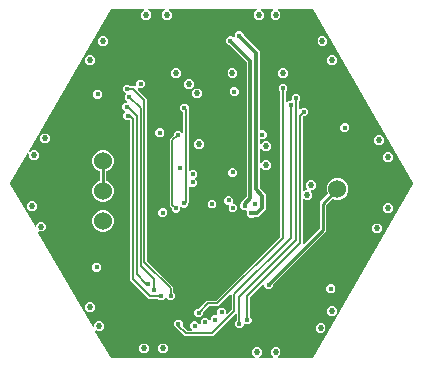
<source format=gbr>
G04 EAGLE Gerber RS-274X export*
G75*
%MOMM*%
%FSLAX34Y34*%
%LPD*%
%INCopper Layer 2*%
%IPPOS*%
%AMOC8*
5,1,8,0,0,1.08239X$1,22.5*%
G01*
%ADD10C,1.524000*%
%ADD11C,0.525000*%
%ADD12C,0.402400*%
%ADD13C,0.452400*%
%ADD14C,0.304800*%
%ADD15C,0.254000*%
%ADD16C,0.152400*%

G36*
X35589Y2825D02*
X35589Y2825D01*
X35660Y2827D01*
X35709Y2845D01*
X35761Y2853D01*
X35824Y2887D01*
X35891Y2911D01*
X35932Y2944D01*
X35978Y2968D01*
X36027Y3020D01*
X36083Y3065D01*
X36112Y3109D01*
X36147Y3146D01*
X36178Y3211D01*
X36216Y3272D01*
X36229Y3322D01*
X36251Y3369D01*
X36259Y3441D01*
X36276Y3510D01*
X36272Y3562D01*
X36278Y3614D01*
X36263Y3684D01*
X36257Y3755D01*
X36237Y3803D01*
X36226Y3854D01*
X36189Y3916D01*
X36161Y3982D01*
X36116Y4038D01*
X36100Y4065D01*
X36082Y4081D01*
X36056Y4113D01*
X33950Y6219D01*
X33950Y9656D01*
X36381Y12087D01*
X39819Y12087D01*
X42250Y9656D01*
X42250Y6219D01*
X40144Y4113D01*
X40102Y4055D01*
X40053Y4003D01*
X40031Y3955D01*
X40000Y3913D01*
X39979Y3845D01*
X39949Y3779D01*
X39943Y3728D01*
X39928Y3678D01*
X39930Y3606D01*
X39922Y3535D01*
X39933Y3484D01*
X39934Y3432D01*
X39959Y3365D01*
X39974Y3295D01*
X40001Y3250D01*
X40019Y3201D01*
X40064Y3145D01*
X40100Y3084D01*
X40140Y3050D01*
X40172Y3009D01*
X40233Y2970D01*
X40287Y2924D01*
X40336Y2904D01*
X40379Y2876D01*
X40449Y2859D01*
X40515Y2832D01*
X40587Y2824D01*
X40618Y2816D01*
X40641Y2818D01*
X40682Y2813D01*
X51393Y2813D01*
X51464Y2825D01*
X51535Y2827D01*
X51584Y2845D01*
X51636Y2853D01*
X51699Y2887D01*
X51766Y2911D01*
X51807Y2944D01*
X51853Y2968D01*
X51902Y3020D01*
X51958Y3065D01*
X51987Y3109D01*
X52022Y3146D01*
X52053Y3211D01*
X52091Y3272D01*
X52104Y3322D01*
X52126Y3369D01*
X52134Y3441D01*
X52151Y3510D01*
X52147Y3562D01*
X52153Y3614D01*
X52138Y3684D01*
X52132Y3755D01*
X52112Y3803D01*
X52101Y3854D01*
X52064Y3916D01*
X52036Y3982D01*
X51991Y4038D01*
X51975Y4065D01*
X51957Y4081D01*
X51931Y4113D01*
X49825Y6219D01*
X49825Y9656D01*
X52256Y12087D01*
X55694Y12087D01*
X58125Y9656D01*
X58125Y6219D01*
X56019Y4113D01*
X55977Y4055D01*
X55928Y4003D01*
X55906Y3955D01*
X55875Y3913D01*
X55854Y3845D01*
X55824Y3779D01*
X55818Y3728D01*
X55803Y3678D01*
X55805Y3606D01*
X55797Y3535D01*
X55808Y3484D01*
X55809Y3432D01*
X55834Y3365D01*
X55849Y3295D01*
X55876Y3250D01*
X55894Y3201D01*
X55939Y3145D01*
X55975Y3084D01*
X56015Y3050D01*
X56047Y3009D01*
X56108Y2970D01*
X56162Y2924D01*
X56211Y2904D01*
X56254Y2876D01*
X56324Y2859D01*
X56390Y2832D01*
X56462Y2824D01*
X56493Y2816D01*
X56516Y2818D01*
X56557Y2813D01*
X85005Y2813D01*
X85072Y2824D01*
X85140Y2825D01*
X85193Y2844D01*
X85248Y2853D01*
X85308Y2885D01*
X85372Y2907D01*
X85416Y2942D01*
X85465Y2968D01*
X85512Y3017D01*
X85565Y3059D01*
X85612Y3123D01*
X85635Y3146D01*
X85644Y3165D01*
X85665Y3194D01*
X170670Y150432D01*
X170694Y150495D01*
X170727Y150554D01*
X170737Y150609D01*
X170757Y150662D01*
X170759Y150729D01*
X170772Y150796D01*
X170764Y150852D01*
X170766Y150908D01*
X170747Y150973D01*
X170737Y151039D01*
X170706Y151112D01*
X170696Y151144D01*
X170684Y151161D01*
X170670Y151193D01*
X85665Y298431D01*
X85622Y298484D01*
X85587Y298541D01*
X85544Y298578D01*
X85509Y298621D01*
X85452Y298657D01*
X85400Y298701D01*
X85348Y298722D01*
X85300Y298752D01*
X85235Y298768D01*
X85172Y298793D01*
X85093Y298802D01*
X85061Y298810D01*
X85041Y298808D01*
X85005Y298812D01*
X56557Y298812D01*
X56486Y298800D01*
X56415Y298798D01*
X56366Y298780D01*
X56314Y298772D01*
X56251Y298738D01*
X56184Y298714D01*
X56143Y298681D01*
X56097Y298657D01*
X56048Y298605D01*
X55992Y298560D01*
X55963Y298516D01*
X55928Y298479D01*
X55897Y298414D01*
X55859Y298353D01*
X55846Y298303D01*
X55824Y298256D01*
X55816Y298184D01*
X55799Y298115D01*
X55803Y298063D01*
X55797Y298011D01*
X55812Y297941D01*
X55818Y297870D01*
X55838Y297822D01*
X55849Y297771D01*
X55886Y297709D01*
X55914Y297643D01*
X55959Y297587D01*
X55975Y297560D01*
X55993Y297544D01*
X56019Y297512D01*
X58125Y295406D01*
X58125Y291969D01*
X55694Y289538D01*
X52256Y289538D01*
X49825Y291969D01*
X49825Y295406D01*
X51931Y297512D01*
X51973Y297570D01*
X52022Y297622D01*
X52044Y297670D01*
X52075Y297712D01*
X52096Y297780D01*
X52126Y297846D01*
X52132Y297897D01*
X52147Y297947D01*
X52145Y298019D01*
X52153Y298090D01*
X52142Y298141D01*
X52141Y298193D01*
X52116Y298260D01*
X52101Y298330D01*
X52074Y298375D01*
X52056Y298424D01*
X52011Y298480D01*
X51975Y298541D01*
X51935Y298575D01*
X51903Y298616D01*
X51842Y298655D01*
X51788Y298701D01*
X51739Y298721D01*
X51696Y298749D01*
X51626Y298766D01*
X51560Y298793D01*
X51488Y298801D01*
X51457Y298809D01*
X51434Y298807D01*
X51393Y298812D01*
X42270Y298812D01*
X42199Y298800D01*
X42127Y298798D01*
X42078Y298780D01*
X42027Y298772D01*
X41964Y298738D01*
X41896Y298714D01*
X41856Y298681D01*
X41810Y298657D01*
X41760Y298605D01*
X41704Y298560D01*
X41676Y298516D01*
X41640Y298479D01*
X41610Y298414D01*
X41571Y298353D01*
X41558Y298303D01*
X41537Y298256D01*
X41529Y298184D01*
X41511Y298115D01*
X41515Y298063D01*
X41509Y298011D01*
X41525Y297941D01*
X41530Y297870D01*
X41551Y297822D01*
X41562Y297771D01*
X41598Y297709D01*
X41627Y297643D01*
X41671Y297587D01*
X41688Y297560D01*
X41706Y297544D01*
X41731Y297512D01*
X43837Y295406D01*
X43837Y291969D01*
X41406Y289538D01*
X37969Y289538D01*
X35538Y291969D01*
X35538Y295406D01*
X37644Y297512D01*
X37685Y297570D01*
X37735Y297622D01*
X37757Y297670D01*
X37787Y297712D01*
X37808Y297780D01*
X37838Y297846D01*
X37844Y297897D01*
X37860Y297947D01*
X37858Y298019D01*
X37866Y298090D01*
X37855Y298141D01*
X37853Y298193D01*
X37829Y298260D01*
X37813Y298330D01*
X37787Y298375D01*
X37769Y298424D01*
X37724Y298480D01*
X37687Y298541D01*
X37648Y298575D01*
X37615Y298616D01*
X37555Y298655D01*
X37500Y298701D01*
X37452Y298721D01*
X37408Y298749D01*
X37339Y298766D01*
X37272Y298793D01*
X37201Y298801D01*
X37170Y298809D01*
X37146Y298807D01*
X37105Y298812D01*
X-35518Y298812D01*
X-35589Y298800D01*
X-35660Y298798D01*
X-35709Y298780D01*
X-35761Y298772D01*
X-35824Y298738D01*
X-35891Y298714D01*
X-35932Y298681D01*
X-35978Y298657D01*
X-36027Y298605D01*
X-36083Y298560D01*
X-36112Y298516D01*
X-36147Y298479D01*
X-36178Y298414D01*
X-36216Y298353D01*
X-36229Y298303D01*
X-36251Y298256D01*
X-36259Y298184D01*
X-36276Y298115D01*
X-36272Y298063D01*
X-36278Y298011D01*
X-36263Y297941D01*
X-36257Y297870D01*
X-36237Y297822D01*
X-36226Y297771D01*
X-36189Y297709D01*
X-36161Y297643D01*
X-36116Y297587D01*
X-36100Y297560D01*
X-36082Y297544D01*
X-36056Y297512D01*
X-33950Y295406D01*
X-33950Y291969D01*
X-36381Y289538D01*
X-39819Y289538D01*
X-42250Y291969D01*
X-42250Y295406D01*
X-40144Y297512D01*
X-40102Y297570D01*
X-40053Y297622D01*
X-40031Y297670D01*
X-40000Y297712D01*
X-39979Y297780D01*
X-39949Y297846D01*
X-39943Y297897D01*
X-39928Y297947D01*
X-39930Y298019D01*
X-39922Y298090D01*
X-39933Y298141D01*
X-39934Y298193D01*
X-39959Y298260D01*
X-39974Y298330D01*
X-40001Y298375D01*
X-40019Y298424D01*
X-40064Y298480D01*
X-40100Y298541D01*
X-40140Y298575D01*
X-40172Y298616D01*
X-40233Y298655D01*
X-40287Y298701D01*
X-40336Y298721D01*
X-40379Y298749D01*
X-40449Y298766D01*
X-40515Y298793D01*
X-40587Y298801D01*
X-40618Y298809D01*
X-40641Y298807D01*
X-40682Y298812D01*
X-52980Y298812D01*
X-53051Y298800D01*
X-53123Y298798D01*
X-53172Y298780D01*
X-53223Y298772D01*
X-53286Y298738D01*
X-53354Y298714D01*
X-53394Y298681D01*
X-53440Y298657D01*
X-53490Y298605D01*
X-53546Y298560D01*
X-53574Y298516D01*
X-53610Y298479D01*
X-53640Y298414D01*
X-53679Y298353D01*
X-53692Y298303D01*
X-53713Y298256D01*
X-53721Y298184D01*
X-53739Y298115D01*
X-53735Y298063D01*
X-53741Y298011D01*
X-53725Y297941D01*
X-53720Y297870D01*
X-53699Y297822D01*
X-53688Y297771D01*
X-53652Y297709D01*
X-53623Y297643D01*
X-53579Y297587D01*
X-53562Y297560D01*
X-53544Y297544D01*
X-53519Y297512D01*
X-51413Y295406D01*
X-51413Y291969D01*
X-53844Y289538D01*
X-57281Y289538D01*
X-59712Y291969D01*
X-59712Y295406D01*
X-57606Y297512D01*
X-57565Y297570D01*
X-57515Y297622D01*
X-57493Y297670D01*
X-57463Y297712D01*
X-57442Y297780D01*
X-57412Y297846D01*
X-57406Y297897D01*
X-57390Y297947D01*
X-57392Y298019D01*
X-57384Y298090D01*
X-57395Y298141D01*
X-57397Y298193D01*
X-57421Y298260D01*
X-57437Y298330D01*
X-57463Y298375D01*
X-57481Y298424D01*
X-57526Y298480D01*
X-57563Y298541D01*
X-57602Y298575D01*
X-57635Y298616D01*
X-57695Y298655D01*
X-57750Y298701D01*
X-57798Y298721D01*
X-57842Y298749D01*
X-57911Y298766D01*
X-57978Y298793D01*
X-58049Y298801D01*
X-58080Y298809D01*
X-58104Y298807D01*
X-58145Y298812D01*
X-85005Y298812D01*
X-85072Y298801D01*
X-85140Y298800D01*
X-85193Y298781D01*
X-85248Y298772D01*
X-85308Y298740D01*
X-85372Y298718D01*
X-85416Y298683D01*
X-85465Y298657D01*
X-85512Y298608D01*
X-85565Y298566D01*
X-85612Y298502D01*
X-85635Y298479D01*
X-85644Y298460D01*
X-85665Y298431D01*
X-154881Y178542D01*
X-154889Y178519D01*
X-154903Y178500D01*
X-154933Y178405D01*
X-154968Y178312D01*
X-154969Y178288D01*
X-154976Y178265D01*
X-154973Y178165D01*
X-154977Y178066D01*
X-154970Y178043D01*
X-154969Y178019D01*
X-154935Y177925D01*
X-154907Y177830D01*
X-154893Y177810D01*
X-154885Y177788D01*
X-154823Y177710D01*
X-154766Y177629D01*
X-154746Y177615D01*
X-154731Y177596D01*
X-154648Y177542D01*
X-154567Y177483D01*
X-154544Y177476D01*
X-154524Y177463D01*
X-154428Y177439D01*
X-154333Y177408D01*
X-154309Y177409D01*
X-154286Y177403D01*
X-154187Y177410D01*
X-154087Y177412D01*
X-154064Y177420D01*
X-154040Y177422D01*
X-153949Y177461D01*
X-153855Y177494D01*
X-153836Y177509D01*
X-153814Y177518D01*
X-153683Y177623D01*
X-152531Y178775D01*
X-149094Y178775D01*
X-146663Y176344D01*
X-146663Y172906D01*
X-149094Y170475D01*
X-152531Y170475D01*
X-154962Y172906D01*
X-154962Y175560D01*
X-154970Y175607D01*
X-154968Y175655D01*
X-154990Y175727D01*
X-155002Y175802D01*
X-155024Y175845D01*
X-155038Y175891D01*
X-155082Y175953D01*
X-155117Y176020D01*
X-155152Y176053D01*
X-155179Y176092D01*
X-155240Y176137D01*
X-155295Y176189D01*
X-155339Y176209D01*
X-155378Y176238D01*
X-155450Y176261D01*
X-155518Y176293D01*
X-155566Y176298D01*
X-155612Y176313D01*
X-155688Y176311D01*
X-155763Y176320D01*
X-155810Y176310D01*
X-155858Y176309D01*
X-155929Y176284D01*
X-156003Y176268D01*
X-156044Y176243D01*
X-156090Y176227D01*
X-156149Y176180D01*
X-156214Y176141D01*
X-156246Y176105D01*
X-156283Y176075D01*
X-156360Y175971D01*
X-156374Y175954D01*
X-156377Y175948D01*
X-156383Y175940D01*
X-170670Y151193D01*
X-170694Y151130D01*
X-170727Y151071D01*
X-170737Y151016D01*
X-170757Y150963D01*
X-170759Y150896D01*
X-170772Y150829D01*
X-170764Y150773D01*
X-170766Y150717D01*
X-170747Y150652D01*
X-170737Y150586D01*
X-170706Y150513D01*
X-170696Y150481D01*
X-170684Y150464D01*
X-170670Y150432D01*
X-150033Y114686D01*
X-150002Y114649D01*
X-149980Y114606D01*
X-149925Y114554D01*
X-149877Y114496D01*
X-149836Y114470D01*
X-149802Y114437D01*
X-149733Y114405D01*
X-149669Y114365D01*
X-149622Y114354D01*
X-149578Y114333D01*
X-149503Y114325D01*
X-149429Y114307D01*
X-149382Y114312D01*
X-149334Y114306D01*
X-149260Y114322D01*
X-149184Y114329D01*
X-149141Y114348D01*
X-149094Y114359D01*
X-149029Y114398D01*
X-148959Y114428D01*
X-148924Y114460D01*
X-148883Y114485D01*
X-148833Y114542D01*
X-148777Y114593D01*
X-148754Y114635D01*
X-148723Y114672D01*
X-148694Y114742D01*
X-148657Y114808D01*
X-148649Y114855D01*
X-148631Y114900D01*
X-148616Y115028D01*
X-148612Y115050D01*
X-148613Y115057D01*
X-148612Y115067D01*
X-148612Y116019D01*
X-146181Y118450D01*
X-142744Y118450D01*
X-140313Y116019D01*
X-140313Y112581D01*
X-142744Y110150D01*
X-146096Y110150D01*
X-146190Y110135D01*
X-146285Y110126D01*
X-146310Y110115D01*
X-146338Y110111D01*
X-146422Y110066D01*
X-146510Y110028D01*
X-146531Y110009D01*
X-146556Y109995D01*
X-146621Y109927D01*
X-146692Y109862D01*
X-146706Y109838D01*
X-146725Y109817D01*
X-146765Y109731D01*
X-146812Y109647D01*
X-146817Y109620D01*
X-146829Y109594D01*
X-146839Y109499D01*
X-146857Y109406D01*
X-146853Y109378D01*
X-146856Y109350D01*
X-146836Y109256D01*
X-146822Y109162D01*
X-146808Y109130D01*
X-146804Y109109D01*
X-146787Y109081D01*
X-146755Y109008D01*
X-100820Y29445D01*
X-100790Y29408D01*
X-100767Y29365D01*
X-100713Y29313D01*
X-100664Y29255D01*
X-100624Y29229D01*
X-100589Y29196D01*
X-100520Y29164D01*
X-100456Y29124D01*
X-100409Y29113D01*
X-100366Y29092D01*
X-100291Y29084D01*
X-100217Y29066D01*
X-100169Y29071D01*
X-100122Y29065D01*
X-100047Y29081D01*
X-99972Y29088D01*
X-99928Y29107D01*
X-99881Y29118D01*
X-99816Y29157D01*
X-99747Y29187D01*
X-99711Y29219D01*
X-99670Y29244D01*
X-99621Y29301D01*
X-99565Y29352D01*
X-99541Y29394D01*
X-99510Y29431D01*
X-99482Y29501D01*
X-99445Y29567D01*
X-99436Y29614D01*
X-99418Y29659D01*
X-99404Y29787D01*
X-99400Y29809D01*
X-99401Y29816D01*
X-99400Y29826D01*
X-99400Y31881D01*
X-96969Y34312D01*
X-93531Y34312D01*
X-91100Y31881D01*
X-91100Y28444D01*
X-93531Y26013D01*
X-96969Y26013D01*
X-97304Y26348D01*
X-97324Y26362D01*
X-97339Y26381D01*
X-97423Y26434D01*
X-97504Y26492D01*
X-97527Y26499D01*
X-97547Y26512D01*
X-97644Y26535D01*
X-97739Y26564D01*
X-97763Y26564D01*
X-97787Y26569D01*
X-97886Y26560D01*
X-97985Y26558D01*
X-98008Y26550D01*
X-98032Y26547D01*
X-98123Y26508D01*
X-98216Y26473D01*
X-98235Y26458D01*
X-98257Y26449D01*
X-98331Y26382D01*
X-98408Y26320D01*
X-98421Y26299D01*
X-98439Y26283D01*
X-98488Y26196D01*
X-98541Y26113D01*
X-98547Y26089D01*
X-98559Y26068D01*
X-98577Y25971D01*
X-98601Y25874D01*
X-98599Y25850D01*
X-98604Y25827D01*
X-98590Y25728D01*
X-98582Y25629D01*
X-98573Y25607D01*
X-98569Y25583D01*
X-98502Y25429D01*
X-85665Y3194D01*
X-85622Y3141D01*
X-85587Y3084D01*
X-85544Y3047D01*
X-85509Y3004D01*
X-85452Y2968D01*
X-85400Y2924D01*
X-85348Y2903D01*
X-85300Y2873D01*
X-85235Y2857D01*
X-85172Y2832D01*
X-85093Y2823D01*
X-85061Y2815D01*
X-85041Y2817D01*
X-85005Y2813D01*
X35518Y2813D01*
X35589Y2825D01*
G37*
%LPC*%
G36*
X-22901Y21526D02*
X-22901Y21526D01*
X-29366Y27990D01*
X-29440Y28043D01*
X-29509Y28103D01*
X-29539Y28115D01*
X-29565Y28134D01*
X-29652Y28161D01*
X-29737Y28195D01*
X-29752Y28196D01*
X-31841Y30285D01*
X-31841Y33215D01*
X-29769Y35287D01*
X-26839Y35287D01*
X-24767Y33215D01*
X-24767Y30175D01*
X-24753Y30085D01*
X-24745Y29994D01*
X-24733Y29964D01*
X-24728Y29932D01*
X-24685Y29852D01*
X-24649Y29768D01*
X-24623Y29736D01*
X-24612Y29715D01*
X-24589Y29693D01*
X-24544Y29637D01*
X-21230Y26322D01*
X-21156Y26269D01*
X-21086Y26210D01*
X-21056Y26197D01*
X-21030Y26179D01*
X-20943Y26152D01*
X-20858Y26118D01*
X-20817Y26113D01*
X-20795Y26106D01*
X-20763Y26107D01*
X-20691Y26099D01*
X-17644Y26099D01*
X-17574Y26111D01*
X-17502Y26113D01*
X-17453Y26131D01*
X-17402Y26139D01*
X-17338Y26173D01*
X-17271Y26197D01*
X-17230Y26230D01*
X-17184Y26254D01*
X-17135Y26306D01*
X-17079Y26351D01*
X-17051Y26395D01*
X-17015Y26432D01*
X-16985Y26497D01*
X-16946Y26558D01*
X-16933Y26608D01*
X-16911Y26655D01*
X-16903Y26727D01*
X-16886Y26796D01*
X-16890Y26848D01*
X-16884Y26900D01*
X-16899Y26970D01*
X-16905Y27041D01*
X-16925Y27089D01*
X-16936Y27140D01*
X-16973Y27202D01*
X-17001Y27268D01*
X-17046Y27324D01*
X-17063Y27351D01*
X-17080Y27367D01*
X-17106Y27399D01*
X-18316Y28608D01*
X-18316Y31745D01*
X-16097Y33964D01*
X-12960Y33964D01*
X-10569Y31572D01*
X-10511Y31531D01*
X-10459Y31481D01*
X-10412Y31459D01*
X-10370Y31429D01*
X-10301Y31408D01*
X-10236Y31378D01*
X-10184Y31372D01*
X-10134Y31357D01*
X-10063Y31358D01*
X-9992Y31351D01*
X-9941Y31362D01*
X-9889Y31363D01*
X-9821Y31388D01*
X-9751Y31403D01*
X-9707Y31429D01*
X-9658Y31447D01*
X-9602Y31492D01*
X-9540Y31529D01*
X-9506Y31569D01*
X-9466Y31601D01*
X-9427Y31661D01*
X-9380Y31716D01*
X-9361Y31764D01*
X-9333Y31808D01*
X-9315Y31877D01*
X-9288Y31944D01*
X-9280Y32015D01*
X-9272Y32047D01*
X-9274Y32070D01*
X-9270Y32111D01*
X-9270Y35011D01*
X-7198Y37083D01*
X-4268Y37083D01*
X-2161Y34976D01*
X-2103Y34934D01*
X-2051Y34885D01*
X-2004Y34863D01*
X-1962Y34832D01*
X-1893Y34811D01*
X-1828Y34781D01*
X-1776Y34775D01*
X-1726Y34760D01*
X-1655Y34762D01*
X-1584Y34754D01*
X-1533Y34765D01*
X-1481Y34766D01*
X-1413Y34791D01*
X-1343Y34806D01*
X-1298Y34833D01*
X-1250Y34851D01*
X-1194Y34896D01*
X-1132Y34932D01*
X-1098Y34972D01*
X-1058Y35005D01*
X-1019Y35065D01*
X-972Y35119D01*
X-953Y35168D01*
X-925Y35211D01*
X-907Y35281D01*
X-880Y35348D01*
X-872Y35419D01*
X-864Y35450D01*
X-866Y35473D01*
X-862Y35514D01*
X-862Y37151D01*
X1356Y39369D01*
X3797Y39369D01*
X3817Y39372D01*
X3837Y39370D01*
X3938Y39392D01*
X4040Y39409D01*
X4058Y39418D01*
X4077Y39422D01*
X4166Y39475D01*
X4257Y39524D01*
X4271Y39538D01*
X4288Y39548D01*
X4356Y39627D01*
X4427Y39702D01*
X4435Y39720D01*
X4448Y39735D01*
X4487Y39831D01*
X4530Y39925D01*
X4533Y39945D01*
X4540Y39963D01*
X4559Y40130D01*
X4559Y43251D01*
X6777Y45469D01*
X9914Y45469D01*
X12132Y43251D01*
X12132Y41016D01*
X12144Y40945D01*
X12145Y40874D01*
X12163Y40825D01*
X12172Y40773D01*
X12205Y40710D01*
X12230Y40643D01*
X12262Y40602D01*
X12287Y40556D01*
X12339Y40507D01*
X12384Y40451D01*
X12427Y40423D01*
X12465Y40387D01*
X12530Y40357D01*
X12590Y40318D01*
X12641Y40305D01*
X12688Y40283D01*
X12759Y40275D01*
X12829Y40258D01*
X12881Y40262D01*
X12933Y40256D01*
X13003Y40271D01*
X13074Y40277D01*
X13122Y40297D01*
X13173Y40308D01*
X13235Y40345D01*
X13301Y40373D01*
X13357Y40418D01*
X13384Y40434D01*
X13399Y40452D01*
X13432Y40478D01*
X16540Y43587D01*
X16593Y43661D01*
X16653Y43730D01*
X16665Y43760D01*
X16684Y43786D01*
X16711Y43874D01*
X16745Y43958D01*
X16749Y43999D01*
X16756Y44022D01*
X16755Y44054D01*
X16763Y44125D01*
X16763Y56142D01*
X16752Y56212D01*
X16750Y56284D01*
X16732Y56333D01*
X16724Y56384D01*
X16690Y56448D01*
X16665Y56515D01*
X16633Y56556D01*
X16608Y56602D01*
X16556Y56651D01*
X16512Y56707D01*
X16468Y56735D01*
X16430Y56771D01*
X16365Y56801D01*
X16305Y56840D01*
X16254Y56853D01*
X16207Y56875D01*
X16136Y56883D01*
X16066Y56900D01*
X16014Y56896D01*
X15963Y56902D01*
X15892Y56887D01*
X15821Y56881D01*
X15773Y56861D01*
X15722Y56850D01*
X15661Y56813D01*
X15595Y56785D01*
X15539Y56740D01*
X15511Y56723D01*
X15496Y56706D01*
X15464Y56680D01*
X7272Y48488D01*
X5710Y46926D01*
X-1912Y46926D01*
X-2003Y46911D01*
X-2093Y46904D01*
X-2123Y46891D01*
X-2155Y46886D01*
X-2236Y46843D01*
X-2320Y46808D01*
X-2352Y46782D01*
X-2373Y46771D01*
X-2395Y46748D01*
X-2451Y46703D01*
X-7353Y41801D01*
X-7406Y41727D01*
X-7465Y41657D01*
X-7478Y41627D01*
X-7496Y41601D01*
X-7523Y41514D01*
X-7557Y41429D01*
X-7562Y41388D01*
X-7569Y41366D01*
X-7568Y41334D01*
X-7576Y41262D01*
X-7576Y39810D01*
X-9648Y37738D01*
X-12577Y37738D01*
X-14649Y39810D01*
X-14649Y42740D01*
X-12577Y44812D01*
X-11125Y44812D01*
X-11035Y44826D01*
X-10944Y44834D01*
X-10914Y44846D01*
X-10882Y44851D01*
X-10802Y44894D01*
X-10718Y44930D01*
X-10686Y44956D01*
X-10665Y44967D01*
X-10643Y44990D01*
X-10587Y45035D01*
X-4122Y51499D01*
X3500Y51499D01*
X3590Y51514D01*
X3681Y51521D01*
X3711Y51534D01*
X3743Y51539D01*
X3823Y51582D01*
X3907Y51617D01*
X3939Y51643D01*
X3960Y51654D01*
X3982Y51677D01*
X4038Y51722D01*
X57815Y105499D01*
X57868Y105573D01*
X57928Y105643D01*
X57940Y105673D01*
X57959Y105699D01*
X57986Y105786D01*
X58020Y105871D01*
X58024Y105912D01*
X58031Y105934D01*
X58030Y105966D01*
X58038Y106038D01*
X58038Y228745D01*
X58024Y228835D01*
X58016Y228926D01*
X58004Y228955D01*
X57999Y228987D01*
X57956Y229068D01*
X57920Y229152D01*
X57894Y229184D01*
X57883Y229205D01*
X57860Y229227D01*
X57815Y229283D01*
X56788Y230310D01*
X56788Y233240D01*
X58860Y235312D01*
X61790Y235312D01*
X63862Y233240D01*
X63862Y230310D01*
X62835Y229283D01*
X62782Y229209D01*
X62722Y229140D01*
X62710Y229109D01*
X62691Y229083D01*
X62664Y228996D01*
X62630Y228911D01*
X62626Y228870D01*
X62619Y228848D01*
X62620Y228816D01*
X62612Y228745D01*
X62612Y220264D01*
X62623Y220193D01*
X62625Y220121D01*
X62643Y220072D01*
X62651Y220021D01*
X62685Y219958D01*
X62710Y219890D01*
X62742Y219850D01*
X62767Y219804D01*
X62819Y219754D01*
X62863Y219698D01*
X62907Y219670D01*
X62945Y219634D01*
X63010Y219604D01*
X63070Y219565D01*
X63121Y219553D01*
X63168Y219531D01*
X63239Y219523D01*
X63309Y219505D01*
X63361Y219509D01*
X63412Y219504D01*
X63483Y219519D01*
X63554Y219524D01*
X63602Y219545D01*
X63653Y219556D01*
X63714Y219593D01*
X63780Y219621D01*
X63836Y219665D01*
X63864Y219682D01*
X63879Y219700D01*
X63911Y219725D01*
X65210Y221024D01*
X67238Y221024D01*
X67257Y221027D01*
X67277Y221025D01*
X67378Y221047D01*
X67480Y221064D01*
X67498Y221073D01*
X67517Y221078D01*
X67606Y221131D01*
X67698Y221179D01*
X67711Y221193D01*
X67728Y221204D01*
X67796Y221282D01*
X67867Y221357D01*
X67875Y221375D01*
X67888Y221391D01*
X67927Y221487D01*
X67971Y221580D01*
X67973Y221600D01*
X67980Y221619D01*
X67999Y221785D01*
X67999Y224628D01*
X70071Y226700D01*
X73000Y226700D01*
X75072Y224628D01*
X75072Y221699D01*
X74045Y220671D01*
X73992Y220598D01*
X73933Y220528D01*
X73920Y220498D01*
X73902Y220472D01*
X73875Y220385D01*
X73841Y220300D01*
X73836Y220259D01*
X73829Y220237D01*
X73830Y220204D01*
X73822Y220133D01*
X73822Y214012D01*
X73834Y213941D01*
X73836Y213869D01*
X73854Y213820D01*
X73862Y213769D01*
X73896Y213706D01*
X73920Y213638D01*
X73953Y213598D01*
X73977Y213552D01*
X74029Y213502D01*
X74074Y213446D01*
X74118Y213418D01*
X74155Y213382D01*
X74220Y213352D01*
X74281Y213313D01*
X74331Y213301D01*
X74378Y213279D01*
X74450Y213271D01*
X74519Y213253D01*
X74571Y213257D01*
X74623Y213252D01*
X74693Y213267D01*
X74764Y213272D01*
X74812Y213293D01*
X74863Y213304D01*
X74925Y213341D01*
X74991Y213369D01*
X75047Y213413D01*
X75074Y213430D01*
X75090Y213448D01*
X75122Y213473D01*
X76323Y214674D01*
X79252Y214674D01*
X81324Y212602D01*
X81324Y209673D01*
X79252Y207601D01*
X77800Y207601D01*
X77710Y207586D01*
X77619Y207579D01*
X77589Y207566D01*
X77557Y207561D01*
X77477Y207518D01*
X77393Y207483D01*
X77361Y207457D01*
X77340Y207446D01*
X77330Y207435D01*
X77329Y207435D01*
X77315Y207421D01*
X77262Y207378D01*
X77122Y207238D01*
X77069Y207164D01*
X77010Y207095D01*
X76997Y207065D01*
X76979Y207039D01*
X76952Y206952D01*
X76918Y206867D01*
X76913Y206826D01*
X76906Y206803D01*
X76907Y206771D01*
X76899Y206700D01*
X76899Y144931D01*
X76911Y144860D01*
X76913Y144788D01*
X76931Y144739D01*
X76939Y144688D01*
X76973Y144625D01*
X76997Y144557D01*
X77030Y144517D01*
X77054Y144471D01*
X77106Y144421D01*
X77151Y144365D01*
X77195Y144337D01*
X77232Y144301D01*
X77297Y144271D01*
X77358Y144232D01*
X77408Y144219D01*
X77455Y144198D01*
X77527Y144190D01*
X77596Y144172D01*
X77648Y144176D01*
X77700Y144170D01*
X77770Y144186D01*
X77841Y144191D01*
X77889Y144212D01*
X77940Y144223D01*
X78002Y144259D01*
X78068Y144288D01*
X78124Y144332D01*
X78151Y144349D01*
X78167Y144367D01*
X78199Y144392D01*
X79244Y145437D01*
X80219Y145437D01*
X80290Y145449D01*
X80361Y145451D01*
X80410Y145469D01*
X80462Y145477D01*
X80525Y145511D01*
X80592Y145535D01*
X80633Y145568D01*
X80679Y145592D01*
X80728Y145644D01*
X80784Y145689D01*
X80812Y145733D01*
X80848Y145770D01*
X80879Y145835D01*
X80917Y145896D01*
X80930Y145946D01*
X80952Y145993D01*
X80960Y146065D01*
X80977Y146134D01*
X80973Y146186D01*
X80979Y146238D01*
X80964Y146308D01*
X80958Y146379D01*
X80938Y146427D01*
X80927Y146478D01*
X80890Y146540D01*
X80862Y146606D01*
X80817Y146662D01*
X80801Y146689D01*
X80783Y146705D01*
X80757Y146737D01*
X79988Y147506D01*
X79988Y150944D01*
X82419Y153375D01*
X85856Y153375D01*
X88287Y150944D01*
X88287Y147506D01*
X85856Y145075D01*
X84881Y145075D01*
X84810Y145064D01*
X84739Y145062D01*
X84690Y145044D01*
X84638Y145036D01*
X84575Y145002D01*
X84508Y144977D01*
X84467Y144945D01*
X84421Y144920D01*
X84372Y144868D01*
X84316Y144824D01*
X84288Y144780D01*
X84252Y144742D01*
X84221Y144677D01*
X84183Y144617D01*
X84170Y144566D01*
X84148Y144519D01*
X84140Y144448D01*
X84123Y144378D01*
X84127Y144326D01*
X84121Y144275D01*
X84136Y144204D01*
X84142Y144133D01*
X84162Y144085D01*
X84173Y144034D01*
X84210Y143973D01*
X84238Y143907D01*
X84283Y143851D01*
X84299Y143823D01*
X84317Y143808D01*
X84343Y143776D01*
X85112Y143006D01*
X85112Y139569D01*
X82681Y137138D01*
X79244Y137138D01*
X78199Y138183D01*
X78141Y138224D01*
X78089Y138274D01*
X78041Y138296D01*
X77999Y138326D01*
X77931Y138347D01*
X77865Y138377D01*
X77814Y138383D01*
X77764Y138399D01*
X77692Y138397D01*
X77621Y138405D01*
X77570Y138394D01*
X77518Y138392D01*
X77451Y138368D01*
X77381Y138352D01*
X77336Y138326D01*
X77287Y138308D01*
X77231Y138263D01*
X77170Y138226D01*
X77136Y138187D01*
X77095Y138154D01*
X77056Y138094D01*
X77010Y138039D01*
X76990Y137991D01*
X76962Y137947D01*
X76945Y137878D01*
X76918Y137811D01*
X76910Y137740D01*
X76902Y137709D01*
X76904Y137685D01*
X76899Y137644D01*
X76899Y99929D01*
X76911Y99858D01*
X76913Y99786D01*
X76931Y99737D01*
X76939Y99686D01*
X76973Y99623D01*
X76997Y99555D01*
X77030Y99515D01*
X77054Y99469D01*
X77106Y99419D01*
X77151Y99363D01*
X77195Y99335D01*
X77232Y99299D01*
X77297Y99269D01*
X77358Y99230D01*
X77408Y99218D01*
X77455Y99196D01*
X77527Y99188D01*
X77596Y99170D01*
X77648Y99174D01*
X77700Y99169D01*
X77770Y99184D01*
X77841Y99189D01*
X77889Y99210D01*
X77940Y99221D01*
X78002Y99258D01*
X78068Y99286D01*
X78124Y99331D01*
X78151Y99347D01*
X78167Y99365D01*
X78199Y99391D01*
X91026Y112218D01*
X91079Y112292D01*
X91138Y112361D01*
X91151Y112391D01*
X91169Y112417D01*
X91196Y112504D01*
X91230Y112589D01*
X91235Y112630D01*
X91242Y112652D01*
X91241Y112685D01*
X91249Y112756D01*
X91249Y134889D01*
X97846Y141486D01*
X97914Y141580D01*
X97984Y141675D01*
X97986Y141681D01*
X97990Y141686D01*
X98024Y141797D01*
X98060Y141909D01*
X98060Y141915D01*
X98062Y141921D01*
X98059Y142038D01*
X98058Y142155D01*
X98056Y142162D01*
X98056Y142167D01*
X98049Y142184D01*
X98011Y142316D01*
X97218Y144231D01*
X97218Y147869D01*
X98610Y151230D01*
X101182Y153803D01*
X104544Y155195D01*
X108181Y155195D01*
X111543Y153803D01*
X114115Y151230D01*
X115507Y147869D01*
X115507Y144231D01*
X114115Y140870D01*
X111543Y138297D01*
X108181Y136905D01*
X104544Y136905D01*
X102628Y137699D01*
X102515Y137725D01*
X102401Y137754D01*
X102395Y137753D01*
X102389Y137755D01*
X102272Y137744D01*
X102156Y137735D01*
X102150Y137732D01*
X102144Y137732D01*
X102036Y137684D01*
X101929Y137638D01*
X101924Y137634D01*
X101919Y137632D01*
X101905Y137619D01*
X101799Y137534D01*
X97061Y132796D01*
X97008Y132722D01*
X96949Y132653D01*
X96936Y132623D01*
X96918Y132597D01*
X96891Y132510D01*
X96857Y132425D01*
X96852Y132384D01*
X96845Y132362D01*
X96846Y132329D01*
X96838Y132258D01*
X96838Y110125D01*
X52174Y65461D01*
X52120Y65387D01*
X52061Y65317D01*
X52049Y65287D01*
X52030Y65261D01*
X52003Y65174D01*
X51969Y65089D01*
X51964Y65048D01*
X51958Y65026D01*
X51958Y64994D01*
X51951Y64922D01*
X51951Y63596D01*
X49732Y61378D01*
X46595Y61378D01*
X44377Y63596D01*
X44377Y64749D01*
X44366Y64820D01*
X44364Y64891D01*
X44346Y64940D01*
X44337Y64992D01*
X44304Y65055D01*
X44279Y65122D01*
X44247Y65163D01*
X44222Y65209D01*
X44170Y65258D01*
X44125Y65314D01*
X44082Y65343D01*
X44044Y65378D01*
X43979Y65409D01*
X43919Y65447D01*
X43868Y65460D01*
X43821Y65482D01*
X43750Y65490D01*
X43680Y65507D01*
X43628Y65503D01*
X43576Y65509D01*
X43506Y65494D01*
X43435Y65488D01*
X43387Y65468D01*
X43336Y65457D01*
X43274Y65420D01*
X43209Y65392D01*
X43153Y65347D01*
X43125Y65331D01*
X43110Y65313D01*
X43078Y65287D01*
X32650Y54860D01*
X32597Y54786D01*
X32538Y54717D01*
X32526Y54686D01*
X32507Y54660D01*
X32480Y54573D01*
X32446Y54488D01*
X32441Y54448D01*
X32435Y54425D01*
X32435Y54393D01*
X32427Y54322D01*
X32427Y37977D01*
X32442Y37887D01*
X32449Y37796D01*
X32462Y37766D01*
X32467Y37734D01*
X32510Y37654D01*
X32546Y37570D01*
X32571Y37538D01*
X32582Y37517D01*
X32606Y37495D01*
X32650Y37439D01*
X33677Y36412D01*
X33677Y33482D01*
X31606Y31410D01*
X28676Y31410D01*
X28241Y31845D01*
X28183Y31887D01*
X28131Y31936D01*
X28084Y31958D01*
X28041Y31988D01*
X27973Y32009D01*
X27908Y32040D01*
X27856Y32045D01*
X27806Y32061D01*
X27734Y32059D01*
X27663Y32067D01*
X27612Y32056D01*
X27560Y32054D01*
X27493Y32030D01*
X27423Y32014D01*
X27378Y31988D01*
X27329Y31970D01*
X27273Y31925D01*
X27212Y31888D01*
X27178Y31849D01*
X27137Y31816D01*
X27099Y31756D01*
X27052Y31701D01*
X27032Y31653D01*
X27004Y31609D01*
X26987Y31540D01*
X26960Y31473D01*
X26952Y31402D01*
X26944Y31371D01*
X26946Y31347D01*
X26941Y31307D01*
X26941Y30693D01*
X24870Y28621D01*
X21940Y28621D01*
X19868Y30693D01*
X19868Y33623D01*
X20895Y34650D01*
X20948Y34724D01*
X21008Y34793D01*
X21020Y34823D01*
X21039Y34849D01*
X21065Y34936D01*
X21100Y35021D01*
X21104Y35062D01*
X21111Y35085D01*
X21110Y35117D01*
X21118Y35188D01*
X21118Y39859D01*
X21106Y39930D01*
X21105Y40001D01*
X21087Y40050D01*
X21078Y40102D01*
X21045Y40165D01*
X21020Y40232D01*
X20988Y40273D01*
X20963Y40319D01*
X20911Y40368D01*
X20866Y40424D01*
X20823Y40452D01*
X20785Y40488D01*
X20720Y40518D01*
X20660Y40557D01*
X20609Y40570D01*
X20562Y40592D01*
X20491Y40600D01*
X20421Y40617D01*
X20369Y40613D01*
X20317Y40619D01*
X20247Y40604D01*
X20176Y40598D01*
X20128Y40578D01*
X20077Y40567D01*
X20015Y40530D01*
X19949Y40502D01*
X19894Y40457D01*
X19866Y40441D01*
X19851Y40423D01*
X19818Y40397D01*
X947Y21526D01*
X-22901Y21526D01*
G37*
%LPD*%
%LPC*%
G36*
X-44327Y52026D02*
X-44327Y52026D01*
X-45355Y53053D01*
X-45428Y53106D01*
X-45498Y53165D01*
X-45528Y53178D01*
X-45554Y53196D01*
X-45641Y53223D01*
X-45726Y53257D01*
X-45767Y53262D01*
X-45789Y53269D01*
X-45822Y53268D01*
X-45893Y53276D01*
X-53313Y53276D01*
X-68940Y68903D01*
X-68940Y203447D01*
X-68943Y203467D01*
X-68941Y203486D01*
X-68963Y203588D01*
X-68980Y203690D01*
X-68989Y203707D01*
X-68994Y203727D01*
X-69047Y203816D01*
X-69095Y203907D01*
X-69109Y203921D01*
X-69120Y203938D01*
X-69198Y204005D01*
X-69273Y204077D01*
X-69291Y204085D01*
X-69307Y204098D01*
X-69403Y204137D01*
X-69496Y204180D01*
X-69516Y204182D01*
X-69535Y204190D01*
X-69701Y204208D01*
X-72718Y204208D01*
X-74936Y206426D01*
X-74936Y209564D01*
X-73615Y210884D01*
X-73604Y210900D01*
X-73588Y210913D01*
X-73557Y210961D01*
X-73551Y210968D01*
X-73545Y210979D01*
X-73532Y211000D01*
X-73472Y211084D01*
X-73466Y211103D01*
X-73455Y211120D01*
X-73430Y211220D01*
X-73399Y211319D01*
X-73400Y211339D01*
X-73395Y211358D01*
X-73403Y211461D01*
X-73406Y211565D01*
X-73413Y211583D01*
X-73414Y211603D01*
X-73455Y211698D01*
X-73490Y211796D01*
X-73503Y211811D01*
X-73510Y211830D01*
X-73615Y211961D01*
X-75605Y213950D01*
X-75605Y217088D01*
X-73387Y219306D01*
X-72158Y219306D01*
X-72087Y219317D01*
X-72015Y219319D01*
X-71966Y219337D01*
X-71915Y219345D01*
X-71852Y219379D01*
X-71784Y219404D01*
X-71744Y219436D01*
X-71698Y219461D01*
X-71648Y219513D01*
X-71592Y219557D01*
X-71564Y219601D01*
X-71528Y219639D01*
X-71498Y219704D01*
X-71459Y219764D01*
X-71447Y219815D01*
X-71425Y219862D01*
X-71417Y219933D01*
X-71399Y220003D01*
X-71403Y220055D01*
X-71398Y220106D01*
X-71413Y220177D01*
X-71418Y220248D01*
X-71439Y220296D01*
X-71450Y220347D01*
X-71487Y220408D01*
X-71515Y220474D01*
X-71559Y220530D01*
X-71576Y220558D01*
X-71594Y220573D01*
X-71619Y220605D01*
X-73387Y222373D01*
X-73387Y225302D01*
X-72664Y226025D01*
X-72622Y226083D01*
X-72573Y226135D01*
X-72551Y226183D01*
X-72520Y226225D01*
X-72499Y226293D01*
X-72469Y226359D01*
X-72463Y226410D01*
X-72448Y226460D01*
X-72450Y226532D01*
X-72442Y226603D01*
X-72453Y226654D01*
X-72454Y226706D01*
X-72479Y226773D01*
X-72494Y226843D01*
X-72521Y226888D01*
X-72539Y226937D01*
X-72584Y226993D01*
X-72620Y227054D01*
X-72660Y227088D01*
X-72693Y227129D01*
X-72732Y227154D01*
X-74974Y229397D01*
X-74974Y232326D01*
X-72902Y234398D01*
X-69973Y234398D01*
X-68945Y233371D01*
X-68872Y233318D01*
X-68802Y233259D01*
X-68772Y233246D01*
X-68746Y233228D01*
X-68659Y233201D01*
X-68574Y233167D01*
X-68533Y233162D01*
X-68511Y233155D01*
X-68478Y233156D01*
X-68407Y233148D01*
X-65431Y233148D01*
X-65161Y232879D01*
X-65103Y232837D01*
X-65051Y232787D01*
X-65004Y232766D01*
X-64962Y232735D01*
X-64893Y232714D01*
X-64828Y232684D01*
X-64776Y232678D01*
X-64726Y232663D01*
X-64655Y232665D01*
X-64584Y232657D01*
X-64533Y232668D01*
X-64481Y232669D01*
X-64413Y232694D01*
X-64343Y232709D01*
X-64298Y232736D01*
X-64250Y232754D01*
X-64194Y232798D01*
X-64132Y232835D01*
X-64098Y232875D01*
X-64058Y232907D01*
X-64019Y232968D01*
X-63972Y233022D01*
X-63953Y233070D01*
X-63925Y233114D01*
X-63907Y233184D01*
X-63880Y233250D01*
X-63872Y233322D01*
X-63864Y233353D01*
X-63866Y233376D01*
X-63862Y233417D01*
X-63862Y236415D01*
X-61790Y238487D01*
X-58860Y238487D01*
X-56788Y236415D01*
X-56788Y233485D01*
X-58860Y231413D01*
X-61858Y231413D01*
X-61929Y231402D01*
X-62000Y231400D01*
X-62049Y231382D01*
X-62101Y231374D01*
X-62164Y231340D01*
X-62231Y231315D01*
X-62272Y231283D01*
X-62318Y231258D01*
X-62368Y231206D01*
X-62424Y231162D01*
X-62452Y231118D01*
X-62488Y231080D01*
X-62518Y231015D01*
X-62557Y230955D01*
X-62569Y230904D01*
X-62591Y230857D01*
X-62599Y230786D01*
X-62617Y230716D01*
X-62613Y230664D01*
X-62618Y230613D01*
X-62603Y230542D01*
X-62597Y230471D01*
X-62577Y230423D01*
X-62566Y230372D01*
X-62529Y230311D01*
X-62501Y230245D01*
X-62456Y230189D01*
X-62440Y230161D01*
X-62422Y230146D01*
X-62396Y230114D01*
X-56277Y223995D01*
X-54715Y222432D01*
X-54715Y85252D01*
X-54700Y85161D01*
X-54693Y85071D01*
X-54680Y85041D01*
X-54675Y85009D01*
X-54632Y84928D01*
X-54597Y84844D01*
X-54571Y84812D01*
X-54560Y84791D01*
X-54537Y84769D01*
X-54492Y84713D01*
X-32638Y62860D01*
X-32638Y58593D01*
X-32624Y58503D01*
X-32616Y58412D01*
X-32604Y58382D01*
X-32599Y58350D01*
X-32556Y58269D01*
X-32520Y58185D01*
X-32494Y58153D01*
X-32483Y58133D01*
X-32460Y58111D01*
X-32415Y58054D01*
X-31388Y57027D01*
X-31388Y54098D01*
X-33460Y52026D01*
X-36390Y52026D01*
X-38355Y53991D01*
X-38372Y54003D01*
X-38384Y54018D01*
X-38471Y54075D01*
X-38555Y54135D01*
X-38574Y54141D01*
X-38591Y54151D01*
X-38691Y54177D01*
X-38790Y54207D01*
X-38810Y54207D01*
X-38830Y54212D01*
X-38932Y54203D01*
X-39036Y54201D01*
X-39055Y54194D01*
X-39075Y54192D01*
X-39170Y54152D01*
X-39267Y54116D01*
X-39283Y54104D01*
X-39301Y54096D01*
X-39432Y53991D01*
X-41398Y52026D01*
X-44327Y52026D01*
G37*
%LPD*%
%LPC*%
G36*
X31758Y121639D02*
X31758Y121639D01*
X29540Y123857D01*
X29540Y127228D01*
X29537Y127248D01*
X29539Y127267D01*
X29517Y127369D01*
X29500Y127471D01*
X29491Y127488D01*
X29487Y127508D01*
X29434Y127597D01*
X29385Y127688D01*
X29371Y127702D01*
X29361Y127719D01*
X29282Y127786D01*
X29207Y127858D01*
X29189Y127866D01*
X29174Y127879D01*
X29077Y127918D01*
X28984Y127961D01*
X28964Y127963D01*
X28945Y127971D01*
X28779Y127989D01*
X26322Y127989D01*
X24104Y130207D01*
X24104Y133345D01*
X24619Y133860D01*
X24672Y133934D01*
X24731Y134003D01*
X24743Y134033D01*
X24762Y134059D01*
X24789Y134146D01*
X24823Y134231D01*
X24828Y134272D01*
X24834Y134294D01*
X24834Y134327D01*
X24842Y134398D01*
X24842Y134626D01*
X29381Y139166D01*
X29434Y139240D01*
X29494Y139309D01*
X29506Y139339D01*
X29525Y139366D01*
X29551Y139453D01*
X29586Y139537D01*
X29590Y139578D01*
X29597Y139601D01*
X29596Y139633D01*
X29604Y139704D01*
X29604Y253237D01*
X29589Y253327D01*
X29582Y253418D01*
X29570Y253448D01*
X29564Y253480D01*
X29522Y253561D01*
X29486Y253645D01*
X29460Y253677D01*
X29449Y253697D01*
X29426Y253720D01*
X29398Y253755D01*
X29397Y253755D01*
X29397Y253756D01*
X29381Y253776D01*
X15519Y267637D01*
X15445Y267690D01*
X15376Y267750D01*
X15346Y267762D01*
X15320Y267781D01*
X15233Y267808D01*
X15148Y267842D01*
X15107Y267846D01*
X15085Y267853D01*
X15052Y267852D01*
X14981Y267860D01*
X14253Y267860D01*
X12035Y270078D01*
X12035Y273215D01*
X14253Y275434D01*
X17390Y275434D01*
X17985Y274838D01*
X18044Y274796D01*
X18096Y274747D01*
X18143Y274725D01*
X18185Y274695D01*
X18254Y274673D01*
X18319Y274643D01*
X18370Y274638D01*
X18420Y274622D01*
X18492Y274624D01*
X18563Y274616D01*
X18614Y274627D01*
X18666Y274629D01*
X18733Y274653D01*
X18803Y274668D01*
X18848Y274695D01*
X18897Y274713D01*
X18953Y274758D01*
X19015Y274795D01*
X19048Y274834D01*
X19089Y274867D01*
X19128Y274927D01*
X19175Y274981D01*
X19194Y275030D01*
X19222Y275074D01*
X19240Y275143D01*
X19266Y275210D01*
X19274Y275281D01*
X19282Y275312D01*
X19280Y275335D01*
X19285Y275376D01*
X19285Y277486D01*
X21503Y279704D01*
X24640Y279704D01*
X26858Y277486D01*
X26858Y276758D01*
X26873Y276668D01*
X26880Y276577D01*
X26893Y276547D01*
X26898Y276515D01*
X26941Y276434D01*
X26977Y276350D01*
X27002Y276318D01*
X27013Y276298D01*
X27037Y276275D01*
X27081Y276219D01*
X40408Y262893D01*
X40408Y196635D01*
X40411Y196616D01*
X40409Y196596D01*
X40431Y196495D01*
X40448Y196393D01*
X40457Y196375D01*
X40461Y196356D01*
X40514Y196267D01*
X40563Y196175D01*
X40577Y196162D01*
X40587Y196145D01*
X40666Y196077D01*
X40741Y196006D01*
X40759Y195998D01*
X40774Y195985D01*
X40870Y195946D01*
X40964Y195902D01*
X40984Y195900D01*
X41002Y195893D01*
X41169Y195874D01*
X44431Y195874D01*
X46649Y193656D01*
X46649Y190519D01*
X44431Y188301D01*
X41169Y188301D01*
X41149Y188298D01*
X41130Y188300D01*
X41028Y188278D01*
X40926Y188261D01*
X40909Y188252D01*
X40889Y188247D01*
X40800Y188194D01*
X40709Y188146D01*
X40695Y188132D01*
X40678Y188121D01*
X40611Y188043D01*
X40540Y187968D01*
X40531Y187950D01*
X40518Y187934D01*
X40480Y187838D01*
X40436Y187745D01*
X40434Y187725D01*
X40426Y187706D01*
X40408Y187540D01*
X40408Y184639D01*
X40419Y184569D01*
X40421Y184497D01*
X40439Y184448D01*
X40448Y184397D01*
X40481Y184333D01*
X40506Y184266D01*
X40538Y184225D01*
X40563Y184179D01*
X40615Y184130D01*
X40659Y184074D01*
X40703Y184046D01*
X40741Y184010D01*
X40806Y183980D01*
X40866Y183941D01*
X40917Y183928D01*
X40964Y183906D01*
X41035Y183898D01*
X41105Y183881D01*
X41157Y183885D01*
X41209Y183879D01*
X41279Y183894D01*
X41350Y183900D01*
X41398Y183920D01*
X41449Y183931D01*
X41511Y183968D01*
X41576Y183996D01*
X41632Y184041D01*
X41660Y184058D01*
X41675Y184075D01*
X41707Y184101D01*
X44319Y186712D01*
X47756Y186712D01*
X50187Y184281D01*
X50187Y180844D01*
X47756Y178413D01*
X44319Y178413D01*
X41707Y181024D01*
X41649Y181066D01*
X41597Y181115D01*
X41550Y181137D01*
X41508Y181168D01*
X41439Y181189D01*
X41374Y181219D01*
X41322Y181225D01*
X41273Y181240D01*
X41201Y181238D01*
X41130Y181246D01*
X41079Y181235D01*
X41027Y181234D01*
X40959Y181209D01*
X40889Y181194D01*
X40845Y181167D01*
X40796Y181149D01*
X40740Y181104D01*
X40678Y181067D01*
X40644Y181028D01*
X40604Y180995D01*
X40565Y180935D01*
X40518Y180881D01*
X40499Y180832D01*
X40471Y180788D01*
X40453Y180719D01*
X40426Y180652D01*
X40418Y180581D01*
X40411Y180550D01*
X40412Y180527D01*
X40408Y180486D01*
X40408Y168764D01*
X40411Y168745D01*
X40409Y168726D01*
X40420Y168676D01*
X40421Y168622D01*
X40439Y168573D01*
X40448Y168522D01*
X40457Y168503D01*
X40461Y168486D01*
X40487Y168443D01*
X40506Y168391D01*
X40538Y168350D01*
X40563Y168304D01*
X40579Y168289D01*
X40587Y168275D01*
X40623Y168244D01*
X40659Y168199D01*
X40703Y168171D01*
X40741Y168135D01*
X40763Y168125D01*
X40774Y168115D01*
X40817Y168098D01*
X40866Y168066D01*
X40917Y168053D01*
X40964Y168031D01*
X40989Y168028D01*
X41002Y168023D01*
X41064Y168016D01*
X41105Y168006D01*
X41136Y168008D01*
X41169Y168004D01*
X41171Y168004D01*
X41184Y168007D01*
X41209Y168004D01*
X41279Y168019D01*
X41350Y168025D01*
X41385Y168040D01*
X41413Y168044D01*
X41427Y168052D01*
X41449Y168056D01*
X41511Y168093D01*
X41576Y168121D01*
X41611Y168149D01*
X41631Y168159D01*
X41643Y168172D01*
X41660Y168183D01*
X41675Y168200D01*
X41707Y168226D01*
X44319Y170837D01*
X47756Y170837D01*
X50187Y168406D01*
X50187Y164969D01*
X47756Y162538D01*
X44319Y162538D01*
X41707Y165149D01*
X41649Y165191D01*
X41597Y165240D01*
X41550Y165262D01*
X41508Y165293D01*
X41439Y165314D01*
X41374Y165344D01*
X41322Y165350D01*
X41273Y165365D01*
X41201Y165363D01*
X41130Y165371D01*
X41079Y165360D01*
X41027Y165359D01*
X40959Y165334D01*
X40889Y165319D01*
X40845Y165292D01*
X40796Y165274D01*
X40740Y165229D01*
X40678Y165192D01*
X40644Y165153D01*
X40604Y165120D01*
X40565Y165060D01*
X40518Y165006D01*
X40499Y164957D01*
X40471Y164913D01*
X40453Y164844D01*
X40426Y164777D01*
X40418Y164706D01*
X40411Y164675D01*
X40412Y164652D01*
X40408Y164611D01*
X40408Y147321D01*
X40423Y147231D01*
X40430Y147140D01*
X40442Y147110D01*
X40448Y147078D01*
X40490Y146997D01*
X40526Y146913D01*
X40552Y146881D01*
X40563Y146861D01*
X40586Y146838D01*
X40631Y146782D01*
X45900Y141513D01*
X45900Y128926D01*
X39352Y122377D01*
X35949Y122377D01*
X35859Y122363D01*
X35768Y122355D01*
X35738Y122343D01*
X35706Y122338D01*
X35625Y122295D01*
X35541Y122259D01*
X35509Y122233D01*
X35488Y122222D01*
X35466Y122199D01*
X35410Y122154D01*
X34895Y121639D01*
X31758Y121639D01*
G37*
%LPD*%
%LPC*%
G36*
X-31627Y126187D02*
X-31627Y126187D01*
X-33699Y128259D01*
X-33699Y129711D01*
X-33714Y129802D01*
X-33721Y129892D01*
X-33734Y129922D01*
X-33739Y129954D01*
X-33782Y130035D01*
X-33817Y130119D01*
X-33843Y130151D01*
X-33854Y130172D01*
X-33877Y130194D01*
X-33922Y130250D01*
X-35624Y131952D01*
X-35624Y188272D01*
X-32335Y191562D01*
X-32282Y191636D01*
X-32222Y191705D01*
X-32210Y191735D01*
X-32191Y191761D01*
X-32164Y191848D01*
X-32130Y191933D01*
X-32126Y191974D01*
X-32119Y191997D01*
X-32120Y192029D01*
X-32112Y192100D01*
X-32112Y193552D01*
X-30040Y195624D01*
X-27110Y195624D01*
X-25264Y193779D01*
X-25206Y193737D01*
X-25154Y193687D01*
X-25107Y193665D01*
X-25065Y193635D01*
X-24996Y193614D01*
X-24931Y193584D01*
X-24879Y193578D01*
X-24830Y193563D01*
X-24758Y193565D01*
X-24687Y193557D01*
X-24636Y193568D01*
X-24584Y193569D01*
X-24516Y193594D01*
X-24446Y193609D01*
X-24402Y193636D01*
X-24353Y193653D01*
X-24297Y193698D01*
X-24235Y193735D01*
X-24201Y193775D01*
X-24161Y193807D01*
X-24122Y193867D01*
X-24075Y193922D01*
X-24056Y193970D01*
X-24028Y194014D01*
X-24010Y194084D01*
X-23983Y194150D01*
X-23975Y194221D01*
X-23968Y194253D01*
X-23969Y194276D01*
X-23965Y194317D01*
X-23965Y210593D01*
X-23968Y210613D01*
X-23966Y210632D01*
X-23988Y210734D01*
X-24005Y210836D01*
X-24014Y210853D01*
X-24018Y210873D01*
X-24071Y210962D01*
X-24120Y211053D01*
X-24134Y211067D01*
X-24144Y211084D01*
X-24223Y211151D01*
X-24298Y211222D01*
X-24316Y211231D01*
X-24331Y211244D01*
X-24427Y211283D01*
X-24521Y211326D01*
X-24541Y211328D01*
X-24559Y211336D01*
X-24696Y211351D01*
X-26771Y213426D01*
X-26771Y216356D01*
X-24699Y218428D01*
X-21769Y218428D01*
X-19697Y216356D01*
X-19697Y214903D01*
X-19683Y214813D01*
X-19675Y214722D01*
X-19663Y214693D01*
X-19658Y214661D01*
X-19615Y214580D01*
X-19579Y214496D01*
X-19553Y214464D01*
X-19543Y214443D01*
X-19519Y214421D01*
X-19474Y214365D01*
X-19391Y214282D01*
X-19391Y162073D01*
X-19380Y162002D01*
X-19378Y161931D01*
X-19360Y161882D01*
X-19352Y161830D01*
X-19318Y161767D01*
X-19293Y161700D01*
X-19261Y161659D01*
X-19237Y161613D01*
X-19185Y161564D01*
X-19140Y161508D01*
X-19096Y161479D01*
X-19058Y161444D01*
X-18993Y161413D01*
X-18933Y161375D01*
X-18882Y161362D01*
X-18835Y161340D01*
X-18764Y161332D01*
X-18694Y161315D01*
X-18642Y161319D01*
X-18591Y161313D01*
X-18521Y161328D01*
X-18449Y161334D01*
X-18401Y161354D01*
X-18350Y161365D01*
X-18289Y161402D01*
X-18223Y161430D01*
X-18167Y161475D01*
X-18139Y161491D01*
X-18124Y161509D01*
X-18092Y161535D01*
X-17340Y162287D01*
X-14410Y162287D01*
X-12338Y160215D01*
X-12338Y157285D01*
X-13886Y155738D01*
X-13897Y155722D01*
X-13913Y155709D01*
X-13969Y155622D01*
X-14029Y155538D01*
X-14035Y155519D01*
X-14046Y155502D01*
X-14071Y155402D01*
X-14101Y155303D01*
X-14101Y155283D01*
X-14106Y155264D01*
X-14098Y155161D01*
X-14095Y155057D01*
X-14088Y155038D01*
X-14087Y155019D01*
X-14046Y154924D01*
X-14011Y154826D01*
X-13998Y154810D01*
X-13990Y154792D01*
X-13886Y154661D01*
X-12338Y153114D01*
X-12338Y150184D01*
X-14410Y148112D01*
X-17340Y148112D01*
X-18092Y148864D01*
X-18150Y148906D01*
X-18202Y148955D01*
X-18249Y148977D01*
X-18292Y149008D01*
X-18360Y149029D01*
X-18425Y149059D01*
X-18477Y149065D01*
X-18527Y149080D01*
X-18598Y149078D01*
X-18670Y149086D01*
X-18720Y149075D01*
X-18773Y149074D01*
X-18840Y149049D01*
X-18910Y149034D01*
X-18955Y149007D01*
X-19004Y148989D01*
X-19060Y148944D01*
X-19121Y148908D01*
X-19155Y148868D01*
X-19196Y148836D01*
X-19234Y148775D01*
X-19281Y148721D01*
X-19300Y148672D01*
X-19329Y148629D01*
X-19346Y148559D01*
X-19373Y148493D01*
X-19381Y148421D01*
X-19389Y148390D01*
X-19387Y148367D01*
X-19391Y148326D01*
X-19391Y134537D01*
X-19506Y134423D01*
X-19559Y134349D01*
X-19618Y134279D01*
X-19631Y134249D01*
X-19649Y134223D01*
X-19676Y134136D01*
X-19710Y134051D01*
X-19715Y134010D01*
X-19722Y133988D01*
X-19721Y133956D01*
X-19729Y133884D01*
X-19729Y132432D01*
X-21801Y130360D01*
X-24731Y130360D01*
X-25326Y130956D01*
X-25384Y130998D01*
X-25436Y131047D01*
X-25484Y131069D01*
X-25526Y131099D01*
X-25594Y131120D01*
X-25660Y131151D01*
X-25711Y131156D01*
X-25761Y131172D01*
X-25833Y131170D01*
X-25904Y131178D01*
X-25955Y131167D01*
X-26007Y131165D01*
X-26074Y131141D01*
X-26144Y131125D01*
X-26189Y131099D01*
X-26238Y131081D01*
X-26294Y131036D01*
X-26355Y130999D01*
X-26389Y130960D01*
X-26430Y130927D01*
X-26469Y130867D01*
X-26515Y130812D01*
X-26535Y130764D01*
X-26563Y130720D01*
X-26580Y130651D01*
X-26607Y130584D01*
X-26615Y130513D01*
X-26623Y130482D01*
X-26621Y130458D01*
X-26626Y130418D01*
X-26626Y128259D01*
X-28698Y126187D01*
X-31627Y126187D01*
G37*
%LPD*%
%LPC*%
G36*
X-93894Y135318D02*
X-93894Y135318D01*
X-97255Y136710D01*
X-99828Y139282D01*
X-101220Y142644D01*
X-101220Y146281D01*
X-99828Y149643D01*
X-97255Y152215D01*
X-95340Y153008D01*
X-95240Y153070D01*
X-95140Y153130D01*
X-95136Y153135D01*
X-95131Y153138D01*
X-95056Y153229D01*
X-94980Y153317D01*
X-94978Y153323D01*
X-94974Y153327D01*
X-94932Y153436D01*
X-94888Y153545D01*
X-94887Y153553D01*
X-94886Y153557D01*
X-94885Y153575D01*
X-94870Y153712D01*
X-94870Y160613D01*
X-94889Y160728D01*
X-94906Y160844D01*
X-94908Y160850D01*
X-94909Y160856D01*
X-94964Y160959D01*
X-95017Y161063D01*
X-95022Y161068D01*
X-95025Y161073D01*
X-95109Y161153D01*
X-95193Y161236D01*
X-95199Y161239D01*
X-95203Y161243D01*
X-95220Y161251D01*
X-95340Y161317D01*
X-97255Y162110D01*
X-99828Y164682D01*
X-101220Y168044D01*
X-101220Y171681D01*
X-99828Y175043D01*
X-97255Y177615D01*
X-93894Y179007D01*
X-90256Y179007D01*
X-86895Y177615D01*
X-84322Y175043D01*
X-82930Y171681D01*
X-82930Y168044D01*
X-84322Y164682D01*
X-86895Y162110D01*
X-88810Y161317D01*
X-88910Y161255D01*
X-89010Y161195D01*
X-89014Y161190D01*
X-89019Y161187D01*
X-89094Y161096D01*
X-89170Y161008D01*
X-89172Y161002D01*
X-89176Y160998D01*
X-89218Y160889D01*
X-89262Y160780D01*
X-89263Y160772D01*
X-89264Y160768D01*
X-89265Y160750D01*
X-89280Y160613D01*
X-89280Y153712D01*
X-89261Y153596D01*
X-89244Y153481D01*
X-89242Y153475D01*
X-89241Y153469D01*
X-89186Y153365D01*
X-89133Y153262D01*
X-89128Y153257D01*
X-89125Y153252D01*
X-89041Y153172D01*
X-88957Y153089D01*
X-88951Y153086D01*
X-88947Y153082D01*
X-88930Y153074D01*
X-88810Y153008D01*
X-86895Y152215D01*
X-84322Y149643D01*
X-82930Y146281D01*
X-82930Y142644D01*
X-84322Y139282D01*
X-86895Y136710D01*
X-90256Y135318D01*
X-93894Y135318D01*
G37*
%LPD*%
%LPC*%
G36*
X-93894Y109918D02*
X-93894Y109918D01*
X-97255Y111310D01*
X-99828Y113882D01*
X-101220Y117244D01*
X-101220Y120881D01*
X-99828Y124243D01*
X-97255Y126815D01*
X-93894Y128207D01*
X-90256Y128207D01*
X-86895Y126815D01*
X-84322Y124243D01*
X-82930Y120881D01*
X-82930Y117244D01*
X-84322Y113882D01*
X-86895Y111310D01*
X-90256Y109918D01*
X-93894Y109918D01*
G37*
%LPD*%
%LPC*%
G36*
X16226Y126638D02*
X16226Y126638D01*
X14155Y128710D01*
X14155Y131640D01*
X14203Y131689D01*
X14245Y131747D01*
X14295Y131799D01*
X14316Y131846D01*
X14347Y131888D01*
X14368Y131957D01*
X14398Y132022D01*
X14404Y132074D01*
X14419Y132124D01*
X14417Y132195D01*
X14425Y132266D01*
X14414Y132317D01*
X14413Y132369D01*
X14388Y132437D01*
X14373Y132507D01*
X14346Y132552D01*
X14328Y132600D01*
X14284Y132656D01*
X14247Y132718D01*
X14207Y132752D01*
X14175Y132792D01*
X14114Y132831D01*
X14060Y132878D01*
X14012Y132897D01*
X13968Y132925D01*
X13898Y132943D01*
X13832Y132970D01*
X13760Y132978D01*
X13729Y132986D01*
X13706Y132984D01*
X13665Y132988D01*
X12823Y132988D01*
X10751Y135060D01*
X10751Y137990D01*
X12823Y140062D01*
X15752Y140062D01*
X17824Y137990D01*
X17824Y135060D01*
X17775Y135011D01*
X17734Y134953D01*
X17684Y134901D01*
X17662Y134854D01*
X17632Y134812D01*
X17611Y134743D01*
X17581Y134678D01*
X17575Y134626D01*
X17560Y134576D01*
X17561Y134505D01*
X17554Y134434D01*
X17565Y134383D01*
X17566Y134331D01*
X17591Y134263D01*
X17606Y134193D01*
X17633Y134148D01*
X17650Y134100D01*
X17695Y134044D01*
X17732Y133982D01*
X17772Y133948D01*
X17804Y133908D01*
X17864Y133869D01*
X17919Y133822D01*
X17967Y133803D01*
X18011Y133775D01*
X18080Y133757D01*
X18147Y133730D01*
X18218Y133722D01*
X18249Y133714D01*
X18273Y133716D01*
X18314Y133712D01*
X19156Y133712D01*
X21228Y131640D01*
X21228Y128710D01*
X19156Y126638D01*
X16226Y126638D01*
G37*
%LPD*%
%LPC*%
G36*
X91944Y267313D02*
X91944Y267313D01*
X89513Y269744D01*
X89513Y273181D01*
X91944Y275612D01*
X95381Y275612D01*
X97812Y273181D01*
X97812Y269744D01*
X95381Y267313D01*
X91944Y267313D01*
G37*
%LPD*%
%LPC*%
G36*
X-93794Y267313D02*
X-93794Y267313D01*
X-96225Y269744D01*
X-96225Y273181D01*
X-93794Y275612D01*
X-90356Y275612D01*
X-87925Y273181D01*
X-87925Y269744D01*
X-90356Y267313D01*
X-93794Y267313D01*
G37*
%LPD*%
%LPC*%
G36*
X99881Y251438D02*
X99881Y251438D01*
X97450Y253869D01*
X97450Y257306D01*
X99881Y259737D01*
X103319Y259737D01*
X105750Y257306D01*
X105750Y253869D01*
X103319Y251438D01*
X99881Y251438D01*
G37*
%LPD*%
%LPC*%
G36*
X-104906Y251438D02*
X-104906Y251438D01*
X-107337Y253869D01*
X-107337Y257306D01*
X-104906Y259737D01*
X-101469Y259737D01*
X-99038Y257306D01*
X-99038Y253869D01*
X-101469Y251438D01*
X-104906Y251438D01*
G37*
%LPD*%
%LPC*%
G36*
X58606Y240325D02*
X58606Y240325D01*
X56175Y242756D01*
X56175Y246194D01*
X58606Y248625D01*
X62044Y248625D01*
X64475Y246194D01*
X64475Y242756D01*
X62044Y240325D01*
X58606Y240325D01*
G37*
%LPD*%
%LPC*%
G36*
X15744Y240325D02*
X15744Y240325D01*
X13313Y242756D01*
X13313Y246194D01*
X15744Y248625D01*
X19181Y248625D01*
X21612Y246194D01*
X21612Y242756D01*
X19181Y240325D01*
X15744Y240325D01*
G37*
%LPD*%
%LPC*%
G36*
X-31881Y240325D02*
X-31881Y240325D01*
X-34312Y242756D01*
X-34312Y246194D01*
X-31881Y248625D01*
X-28444Y248625D01*
X-26013Y246194D01*
X-26013Y242756D01*
X-28444Y240325D01*
X-31881Y240325D01*
G37*
%LPD*%
%LPC*%
G36*
X-20769Y230800D02*
X-20769Y230800D01*
X-23200Y233231D01*
X-23200Y236669D01*
X-20769Y239100D01*
X-17331Y239100D01*
X-14900Y236669D01*
X-14900Y233231D01*
X-17331Y230800D01*
X-20769Y230800D01*
G37*
%LPD*%
%LPC*%
G36*
X-58869Y6963D02*
X-58869Y6963D01*
X-61300Y9394D01*
X-61300Y12831D01*
X-58869Y15262D01*
X-55431Y15262D01*
X-53000Y12831D01*
X-53000Y9394D01*
X-55431Y6963D01*
X-58869Y6963D01*
G37*
%LPD*%
%LPC*%
G36*
X-14419Y222863D02*
X-14419Y222863D01*
X-16850Y225294D01*
X-16850Y228731D01*
X-14419Y231162D01*
X-10981Y231162D01*
X-8550Y228731D01*
X-8550Y225294D01*
X-10981Y222863D01*
X-14419Y222863D01*
G37*
%LPD*%
%LPC*%
G36*
X-143006Y184763D02*
X-143006Y184763D01*
X-145437Y187194D01*
X-145437Y190631D01*
X-143006Y193062D01*
X-139569Y193062D01*
X-137138Y190631D01*
X-137138Y187194D01*
X-139569Y184763D01*
X-143006Y184763D01*
G37*
%LPD*%
%LPC*%
G36*
X139569Y183175D02*
X139569Y183175D01*
X137138Y185606D01*
X137138Y189044D01*
X139569Y191475D01*
X143006Y191475D01*
X145437Y189044D01*
X145437Y185606D01*
X143006Y183175D01*
X139569Y183175D01*
G37*
%LPD*%
%LPC*%
G36*
X-12831Y180000D02*
X-12831Y180000D01*
X-15262Y182431D01*
X-15262Y185869D01*
X-12831Y188300D01*
X-9394Y188300D01*
X-6963Y185869D01*
X-6963Y182431D01*
X-9394Y180000D01*
X-12831Y180000D01*
G37*
%LPD*%
%LPC*%
G36*
X147506Y168888D02*
X147506Y168888D01*
X145075Y171319D01*
X145075Y174756D01*
X147506Y177187D01*
X150944Y177187D01*
X153375Y174756D01*
X153375Y171319D01*
X150944Y168888D01*
X147506Y168888D01*
G37*
%LPD*%
%LPC*%
G36*
X-154119Y127613D02*
X-154119Y127613D01*
X-156550Y130044D01*
X-156550Y133481D01*
X-154119Y135912D01*
X-150681Y135912D01*
X-148250Y133481D01*
X-148250Y130044D01*
X-150681Y127613D01*
X-154119Y127613D01*
G37*
%LPD*%
%LPC*%
G36*
X147506Y126025D02*
X147506Y126025D01*
X145075Y128456D01*
X145075Y131894D01*
X147506Y134325D01*
X150944Y134325D01*
X153375Y131894D01*
X153375Y128456D01*
X150944Y126025D01*
X147506Y126025D01*
G37*
%LPD*%
%LPC*%
G36*
X137981Y108563D02*
X137981Y108563D01*
X135550Y110994D01*
X135550Y114431D01*
X137981Y116862D01*
X141419Y116862D01*
X143850Y114431D01*
X143850Y110994D01*
X141419Y108563D01*
X137981Y108563D01*
G37*
%LPD*%
%LPC*%
G36*
X-104906Y41888D02*
X-104906Y41888D01*
X-107337Y44319D01*
X-107337Y47756D01*
X-104906Y50187D01*
X-101469Y50187D01*
X-99038Y47756D01*
X-99038Y44319D01*
X-101469Y41888D01*
X-104906Y41888D01*
G37*
%LPD*%
%LPC*%
G36*
X99881Y38713D02*
X99881Y38713D01*
X97450Y41144D01*
X97450Y44581D01*
X99881Y47012D01*
X103319Y47012D01*
X105750Y44581D01*
X105750Y41144D01*
X103319Y38713D01*
X99881Y38713D01*
G37*
%LPD*%
%LPC*%
G36*
X90356Y24425D02*
X90356Y24425D01*
X87925Y26856D01*
X87925Y30294D01*
X90356Y32725D01*
X93794Y32725D01*
X96225Y30294D01*
X96225Y26856D01*
X93794Y24425D01*
X90356Y24425D01*
G37*
%LPD*%
%LPC*%
G36*
X-42994Y6963D02*
X-42994Y6963D01*
X-45425Y9394D01*
X-45425Y12831D01*
X-42994Y15262D01*
X-39556Y15262D01*
X-37125Y12831D01*
X-37125Y9394D01*
X-39556Y6963D01*
X-42994Y6963D01*
G37*
%LPD*%
%LPC*%
G36*
X17481Y224813D02*
X17481Y224813D01*
X15263Y227031D01*
X15263Y230169D01*
X17481Y232387D01*
X20619Y232387D01*
X22837Y230169D01*
X22837Y227031D01*
X20619Y224813D01*
X17481Y224813D01*
G37*
%LPD*%
%LPC*%
G36*
X110996Y194344D02*
X110996Y194344D01*
X108778Y196562D01*
X108778Y199699D01*
X110996Y201917D01*
X114133Y201917D01*
X116351Y199699D01*
X116351Y196562D01*
X114133Y194344D01*
X110996Y194344D01*
G37*
%LPD*%
%LPC*%
G36*
X-99113Y76151D02*
X-99113Y76151D01*
X-101331Y78369D01*
X-101331Y81506D01*
X-99113Y83724D01*
X-95976Y83724D01*
X-93757Y81506D01*
X-93757Y78369D01*
X-95976Y76151D01*
X-99113Y76151D01*
G37*
%LPD*%
%LPC*%
G36*
X99063Y57745D02*
X99063Y57745D01*
X96845Y59963D01*
X96845Y63101D01*
X99063Y65319D01*
X102200Y65319D01*
X104418Y63101D01*
X104418Y59963D01*
X102200Y57745D01*
X99063Y57745D01*
G37*
%LPD*%
%LPC*%
G36*
X-45495Y189888D02*
X-45495Y189888D01*
X-47713Y192106D01*
X-47713Y195244D01*
X-45495Y197462D01*
X-42358Y197462D01*
X-40140Y195244D01*
X-40140Y192106D01*
X-42358Y189888D01*
X-45495Y189888D01*
G37*
%LPD*%
%LPC*%
G36*
X-43061Y122328D02*
X-43061Y122328D01*
X-45279Y124546D01*
X-45279Y127684D01*
X-43061Y129902D01*
X-39924Y129902D01*
X-37706Y127684D01*
X-37706Y124546D01*
X-39924Y122328D01*
X-43061Y122328D01*
G37*
%LPD*%
%LPC*%
G36*
X-98297Y222653D02*
X-98297Y222653D01*
X-100515Y224871D01*
X-100515Y228008D01*
X-98297Y230226D01*
X-95160Y230226D01*
X-92942Y228008D01*
X-92942Y224871D01*
X-95160Y222653D01*
X-98297Y222653D01*
G37*
%LPD*%
%LPC*%
G36*
X16172Y156626D02*
X16172Y156626D01*
X14100Y158698D01*
X14100Y161628D01*
X16172Y163700D01*
X19102Y163700D01*
X21174Y161628D01*
X21174Y158698D01*
X19102Y156626D01*
X16172Y156626D01*
G37*
%LPD*%
%LPC*%
G36*
X-1465Y129813D02*
X-1465Y129813D01*
X-3537Y131885D01*
X-3537Y134815D01*
X-1465Y136887D01*
X1465Y136887D01*
X3537Y134815D01*
X3537Y131885D01*
X1465Y129813D01*
X-1465Y129813D01*
G37*
%LPD*%
D10*
X106363Y146050D03*
X-92075Y169863D03*
X-92075Y144463D03*
X-92075Y119063D03*
D11*
X39688Y293688D03*
X53975Y293688D03*
X93663Y271463D03*
X101600Y255588D03*
X141288Y187325D03*
X149225Y173038D03*
X149225Y130175D03*
X139700Y112713D03*
X101600Y42863D03*
X92075Y28575D03*
X53975Y7938D03*
X38100Y7938D03*
X-41275Y11113D03*
X-57150Y11113D03*
X-95250Y30163D03*
X-103188Y46038D03*
X-152400Y131763D03*
X-144463Y114300D03*
X-150813Y174625D03*
X-141288Y188913D03*
X-103188Y255588D03*
X-92075Y271463D03*
X-55563Y293688D03*
X-38100Y293688D03*
X84138Y149225D03*
X80963Y141288D03*
X-12700Y227013D03*
X-19050Y234950D03*
X46038Y182563D03*
X46038Y166688D03*
X60325Y244475D03*
D12*
X-60325Y234950D03*
X-3175Y158750D03*
X-3175Y150813D03*
X3175Y142875D03*
X3175Y158750D03*
X3175Y150813D03*
X-3175Y142875D03*
D11*
X55563Y263525D03*
X69850Y252413D03*
X-74613Y255588D03*
X-58738Y266700D03*
X-122238Y160338D03*
X-123825Y141288D03*
X-74613Y57150D03*
X-65088Y38100D03*
X115888Y168275D03*
X109538Y119063D03*
X77788Y82550D03*
X38100Y19050D03*
X52388Y17463D03*
X-17463Y79375D03*
X4763Y79375D03*
X-41275Y182563D03*
X52388Y193675D03*
D12*
X17463Y144463D03*
D13*
X-96728Y226439D03*
X-14529Y30177D03*
X-97544Y79938D03*
X100631Y61532D03*
X27890Y131776D03*
D14*
X32653Y254815D02*
X15821Y271647D01*
D13*
X15821Y271647D03*
D14*
X32653Y254815D02*
X32653Y138126D01*
X27890Y133364D01*
X27890Y131776D01*
D13*
X23072Y275918D03*
D14*
X37359Y145743D02*
X42852Y140250D01*
X37359Y261630D02*
X23072Y275918D01*
X37359Y261630D02*
X37359Y145743D01*
D13*
X33327Y125426D03*
D14*
X42852Y130189D02*
X42852Y140250D01*
X42852Y130189D02*
X38089Y125426D01*
X33327Y125426D01*
D13*
X112565Y198130D03*
D15*
X-92075Y169863D02*
X-92075Y144463D01*
D12*
X-30163Y129724D03*
X-28575Y192088D03*
D16*
X-33338Y187325D01*
X-33338Y132899D01*
X-30163Y129724D01*
D12*
X0Y133350D03*
X-23266Y133897D03*
X-23234Y214891D03*
D16*
X-21678Y135484D02*
X-23266Y133897D01*
X-21678Y213335D02*
X-23234Y214891D01*
X-21678Y213335D02*
X-21678Y135484D01*
D12*
X17691Y130175D03*
X17637Y160163D03*
X14288Y136525D03*
X-15875Y158750D03*
X-15875Y151649D03*
D13*
X-41493Y126115D03*
X-26988Y163513D03*
D11*
X-11113Y184150D03*
X17463Y244475D03*
X-30163Y244475D03*
D13*
X8345Y41683D03*
X36762Y133337D03*
X19050Y228600D03*
X2925Y35582D03*
X42863Y192088D03*
X-71819Y215519D03*
D12*
X-53975Y66054D03*
D16*
X-63500Y73992D02*
X-63500Y207963D01*
X-55563Y66054D02*
X-53975Y66054D01*
X-55563Y66054D02*
X-63500Y73992D01*
X-71057Y215519D02*
X-71819Y215519D01*
X-71057Y215519D02*
X-63500Y207963D01*
D13*
X-71149Y207995D03*
D12*
X-42863Y55563D03*
D16*
X-52366Y55563D01*
X-66654Y69850D01*
X-66654Y205087D02*
X-69562Y207995D01*
X-71149Y207995D01*
X-66654Y205087D02*
X-66654Y69850D01*
D12*
X30141Y34947D03*
D16*
X30141Y55584D02*
X74613Y100056D01*
X30141Y55584D02*
X30141Y34947D01*
D12*
X77788Y211138D03*
D16*
X74613Y207963D01*
X74613Y100056D01*
D12*
X71536Y223164D03*
D16*
X71536Y102514D01*
D12*
X23405Y32158D03*
D16*
X23405Y54383D02*
X71536Y102514D01*
X23405Y54383D02*
X23405Y32158D01*
D12*
X-71438Y230862D03*
X-34925Y55563D03*
D16*
X-66378Y230862D02*
X-71438Y230862D01*
X-66378Y230862D02*
X-57002Y221485D01*
X-57002Y83989D01*
X-34925Y61913D02*
X-34925Y55563D01*
X-34925Y61913D02*
X-57002Y83989D01*
D12*
X-69850Y223838D03*
X-49213Y60599D03*
D16*
X-60325Y81236D02*
X-60325Y214313D01*
X-49213Y70124D02*
X-49213Y60599D01*
X-49213Y70124D02*
X-60325Y81236D01*
X-60325Y214313D02*
X-69850Y223838D01*
D12*
X-11113Y41275D03*
D16*
X4763Y49213D02*
X60325Y104775D01*
X-3175Y49213D02*
X-11113Y41275D01*
X-3175Y49213D02*
X4763Y49213D01*
D12*
X60325Y231775D03*
D16*
X60325Y104775D01*
D12*
X66675Y217488D03*
D16*
X66802Y217361D01*
X66802Y104902D01*
D12*
X-28304Y31750D03*
D16*
X-28304Y30163D02*
X-21954Y23813D01*
X-28304Y30163D02*
X-28304Y31750D01*
X19050Y42863D02*
X19050Y57150D01*
X66802Y104902D01*
X0Y23813D02*
X-21954Y23813D01*
X0Y23813D02*
X19050Y42863D01*
D13*
X-43927Y193675D03*
X48164Y65164D03*
D15*
X94044Y133731D02*
X106363Y146050D01*
X94044Y133731D02*
X94044Y111283D01*
X48164Y65403D02*
X48164Y65164D01*
X48164Y65403D02*
X94044Y111283D01*
D12*
X-5733Y33546D03*
M02*

</source>
